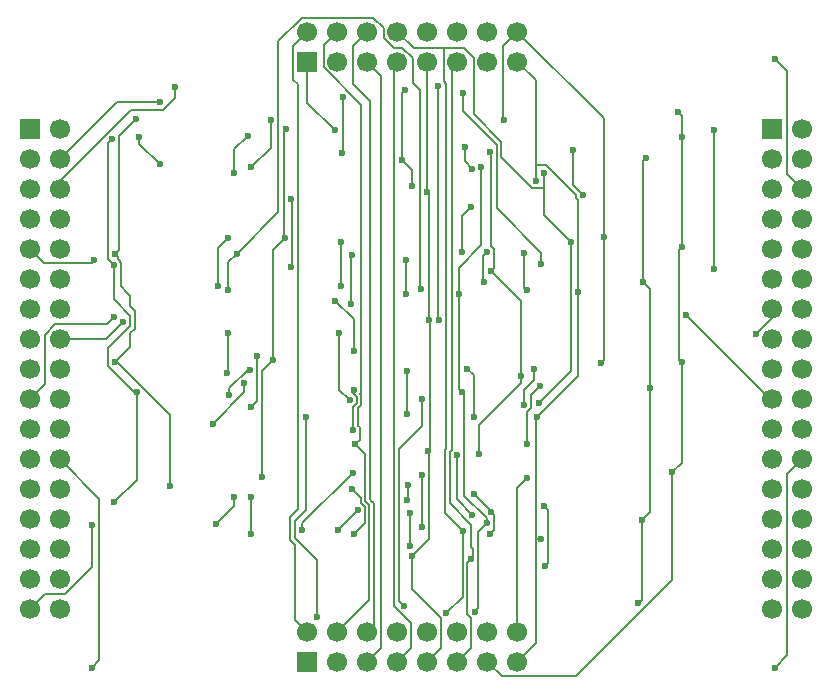
<source format=gbl>
%TF.GenerationSoftware,KiCad,Pcbnew,9.0.2*%
%TF.CreationDate,2025-05-17T19:35:46+02:00*%
%TF.ProjectId,ALU,414c552e-6b69-4636-9164-5f7063625858,rev?*%
%TF.SameCoordinates,Original*%
%TF.FileFunction,Copper,L2,Bot*%
%TF.FilePolarity,Positive*%
%FSLAX46Y46*%
G04 Gerber Fmt 4.6, Leading zero omitted, Abs format (unit mm)*
G04 Created by KiCad (PCBNEW 9.0.2) date 2025-05-17 19:35:46*
%MOMM*%
%LPD*%
G01*
G04 APERTURE LIST*
%TA.AperFunction,ComponentPad*%
%ADD10R,1.700000X1.700000*%
%TD*%
%TA.AperFunction,ComponentPad*%
%ADD11C,1.700000*%
%TD*%
%TA.AperFunction,ViaPad*%
%ADD12C,0.600000*%
%TD*%
%TA.AperFunction,Conductor*%
%ADD13C,0.200000*%
%TD*%
G04 APERTURE END LIST*
D10*
%TO.P,JW01,1,Pin_1*%
%TO.N,A0*%
X84455000Y-48895000D03*
D11*
%TO.P,JW01,2,Pin_2*%
%TO.N,B0*%
X86995000Y-48895000D03*
%TO.P,JW01,3,Pin_3*%
%TO.N,PA0*%
X84455000Y-51435000D03*
%TO.P,JW01,4,Pin_4*%
%TO.N,S0*%
X86995000Y-51435000D03*
%TO.P,JW01,5,Pin_5*%
%TO.N,PB0*%
X84455000Y-53975000D03*
%TO.P,JW01,6,Pin_6*%
%TO.N,PD0*%
X86995000Y-53975000D03*
%TO.P,JW01,7,Pin_7*%
%TO.N,PC0*%
X84455000Y-56515000D03*
%TO.P,JW01,8,Pin_8*%
%TO.N,PE0*%
X86995000Y-56515000D03*
%TO.P,JW01,9,Pin_9*%
%TO.N,A1*%
X84455000Y-59055000D03*
%TO.P,JW01,10,Pin_10*%
%TO.N,B1*%
X86995000Y-59055000D03*
%TO.P,JW01,11,Pin_11*%
%TO.N,PA1*%
X84455000Y-61595000D03*
%TO.P,JW01,12,Pin_12*%
%TO.N,S1*%
X86995000Y-61595000D03*
%TO.P,JW01,13,Pin_13*%
%TO.N,PB1*%
X84455000Y-64135000D03*
%TO.P,JW01,14,Pin_14*%
%TO.N,PD1*%
X86995000Y-64135000D03*
%TO.P,JW01,15,Pin_15*%
%TO.N,PC1*%
X84455000Y-66675000D03*
%TO.P,JW01,16,Pin_16*%
%TO.N,PE1*%
X86995000Y-66675000D03*
%TO.P,JW01,17,Pin_17*%
%TO.N,A2*%
X84455000Y-69215000D03*
%TO.P,JW01,18,Pin_18*%
%TO.N,B2*%
X86995000Y-69215000D03*
%TO.P,JW01,19,Pin_19*%
%TO.N,PA2*%
X84455000Y-71755000D03*
%TO.P,JW01,20,Pin_20*%
%TO.N,S2*%
X86995000Y-71755000D03*
%TO.P,JW01,21,Pin_21*%
%TO.N,PB2*%
X84455000Y-74295000D03*
%TO.P,JW01,22,Pin_22*%
%TO.N,PD2*%
X86995000Y-74295000D03*
%TO.P,JW01,23,Pin_23*%
%TO.N,PC2*%
X84455000Y-76835000D03*
%TO.P,JW01,24,Pin_24*%
%TO.N,PE2*%
X86995000Y-76835000D03*
%TO.P,JW01,25,Pin_25*%
%TO.N,A3*%
X84455000Y-79375000D03*
%TO.P,JW01,26,Pin_26*%
%TO.N,B3*%
X86995000Y-79375000D03*
%TO.P,JW01,27,Pin_27*%
%TO.N,PA3*%
X84455000Y-81915000D03*
%TO.P,JW01,28,Pin_28*%
%TO.N,S3*%
X86995000Y-81915000D03*
%TO.P,JW01,29,Pin_29*%
%TO.N,PB3*%
X84455000Y-84455000D03*
%TO.P,JW01,30,Pin_30*%
%TO.N,PD3*%
X86995000Y-84455000D03*
%TO.P,JW01,31,Pin_31*%
%TO.N,PC3*%
X84455000Y-86995000D03*
%TO.P,JW01,32,Pin_32*%
%TO.N,PE3*%
X86995000Y-86995000D03*
%TO.P,JW01,33,Pin_33*%
%TO.N,GND*%
X84455000Y-89535000D03*
%TO.P,JW01,34,Pin_34*%
%TO.N,VDD*%
X86995000Y-89535000D03*
%TD*%
D10*
%TO.P,JE01,1,Pin_1*%
%TO.N,S0*%
X147320000Y-48895000D03*
D11*
%TO.P,JE01,2,Pin_2*%
%TO.N,R0*%
X149860000Y-48895000D03*
%TO.P,JE01,3,Pin_3*%
%TO.N,PA0*%
X147320000Y-51435000D03*
%TO.P,JE01,4,Pin_4*%
%TO.N,unconnected-(JE01-Pin_4-Pad4)*%
X149860000Y-51435000D03*
%TO.P,JE01,5,Pin_5*%
%TO.N,PB0*%
X147320000Y-53975000D03*
%TO.P,JE01,6,Pin_6*%
%TO.N,PD0*%
X149860000Y-53975000D03*
%TO.P,JE01,7,Pin_7*%
%TO.N,PC0*%
X147320000Y-56515000D03*
%TO.P,JE01,8,Pin_8*%
%TO.N,PE0*%
X149860000Y-56515000D03*
%TO.P,JE01,9,Pin_9*%
%TO.N,S1*%
X147320000Y-59055000D03*
%TO.P,JE01,10,Pin_10*%
%TO.N,R1*%
X149860000Y-59055000D03*
%TO.P,JE01,11,Pin_11*%
%TO.N,PA1*%
X147320000Y-61595000D03*
%TO.P,JE01,12,Pin_12*%
%TO.N,unconnected-(JE01-Pin_12-Pad12)*%
X149860000Y-61595000D03*
%TO.P,JE01,13,Pin_13*%
%TO.N,PB1*%
X147320000Y-64135000D03*
%TO.P,JE01,14,Pin_14*%
%TO.N,PD1*%
X149860000Y-64135000D03*
%TO.P,JE01,15,Pin_15*%
%TO.N,PC1*%
X147320000Y-66675000D03*
%TO.P,JE01,16,Pin_16*%
%TO.N,PE1*%
X149860000Y-66675000D03*
%TO.P,JE01,17,Pin_17*%
%TO.N,S2*%
X147320000Y-69215000D03*
%TO.P,JE01,18,Pin_18*%
%TO.N,R2*%
X149860000Y-69215000D03*
%TO.P,JE01,19,Pin_19*%
%TO.N,PA2*%
X147320000Y-71755000D03*
%TO.P,JE01,20,Pin_20*%
%TO.N,unconnected-(JE01-Pin_20-Pad20)*%
X149860000Y-71755000D03*
%TO.P,JE01,21,Pin_21*%
%TO.N,PB2*%
X147320000Y-74295000D03*
%TO.P,JE01,22,Pin_22*%
%TO.N,PD2*%
X149860000Y-74295000D03*
%TO.P,JE01,23,Pin_23*%
%TO.N,PC2*%
X147320000Y-76835000D03*
%TO.P,JE01,24,Pin_24*%
%TO.N,PE2*%
X149860000Y-76835000D03*
%TO.P,JE01,25,Pin_25*%
%TO.N,S3*%
X147320000Y-79375000D03*
%TO.P,JE01,26,Pin_26*%
%TO.N,R3*%
X149860000Y-79375000D03*
%TO.P,JE01,27,Pin_27*%
%TO.N,PA3*%
X147320000Y-81915000D03*
%TO.P,JE01,28,Pin_28*%
%TO.N,unconnected-(JE01-Pin_28-Pad28)*%
X149860000Y-81915000D03*
%TO.P,JE01,29,Pin_29*%
%TO.N,PB3*%
X147320000Y-84455000D03*
%TO.P,JE01,30,Pin_30*%
%TO.N,PD3*%
X149860000Y-84455000D03*
%TO.P,JE01,31,Pin_31*%
%TO.N,PC3*%
X147320000Y-86995000D03*
%TO.P,JE01,32,Pin_32*%
%TO.N,PE3*%
X149860000Y-86995000D03*
%TO.P,JE01,33,Pin_33*%
%TO.N,GND*%
X147320000Y-89535000D03*
%TO.P,JE01,34,Pin_34*%
%TO.N,VDD*%
X149860000Y-89535000D03*
%TD*%
D10*
%TO.P,JS1,1,Pin_1*%
%TO.N,C*%
X107950000Y-93985000D03*
D11*
%TO.P,JS1,2,Pin_2*%
%TO.N,ADD*%
X107950000Y-91445000D03*
%TO.P,JS1,3,Pin_3*%
%TO.N,unconnected-(JS1-Pin_3-Pad3)*%
X110490000Y-93985000D03*
%TO.P,JS1,4,Pin_4*%
%TO.N,SUB*%
X110490000Y-91445000D03*
%TO.P,JS1,5,Pin_5*%
%TO.N,GNDA*%
X113030000Y-93985000D03*
%TO.P,JS1,6,Pin_6*%
%TO.N,XOR*%
X113030000Y-91445000D03*
%TO.P,JS1,7,Pin_7*%
%TO.N,GNDB*%
X115570000Y-93985000D03*
%TO.P,JS1,8,Pin_8*%
%TO.N,AND*%
X115570000Y-91445000D03*
%TO.P,JS1,9,Pin_9*%
%TO.N,GNDC*%
X118110000Y-93985000D03*
%TO.P,JS1,10,Pin_10*%
%TO.N,unconnected-(JS1-Pin_10-Pad10)*%
X118110000Y-91445000D03*
%TO.P,JS1,11,Pin_11*%
%TO.N,GNDS*%
X120650000Y-93985000D03*
%TO.P,JS1,12,Pin_12*%
%TO.N,unconnected-(JS1-Pin_12-Pad12)*%
X120650000Y-91445000D03*
%TO.P,JS1,13,Pin_13*%
%TO.N,GNDR*%
X123190000Y-93985000D03*
%TO.P,JS1,14,Pin_14*%
%TO.N,unconnected-(JS1-Pin_14-Pad14)*%
X123190000Y-91445000D03*
%TO.P,JS1,15,Pin_15*%
%TO.N,GND*%
X125730000Y-93985000D03*
%TO.P,JS1,16,Pin_16*%
%TO.N,VDD*%
X125730000Y-91445000D03*
%TD*%
D10*
%TO.P,JN1,1,Pin_1*%
%TO.N,Cin*%
X107950000Y-43185000D03*
D11*
%TO.P,JN1,2,Pin_2*%
%TO.N,ADD*%
X107950000Y-40645000D03*
%TO.P,JN1,3,Pin_3*%
%TO.N,unconnected-(JN1-Pin_3-Pad3)*%
X110490000Y-43185000D03*
%TO.P,JN1,4,Pin_4*%
%TO.N,SUB*%
X110490000Y-40645000D03*
%TO.P,JN1,5,Pin_5*%
%TO.N,GNDA*%
X113030000Y-43185000D03*
%TO.P,JN1,6,Pin_6*%
%TO.N,XOR*%
X113030000Y-40645000D03*
%TO.P,JN1,7,Pin_7*%
%TO.N,GNDB*%
X115570000Y-43185000D03*
%TO.P,JN1,8,Pin_8*%
%TO.N,AND*%
X115570000Y-40645000D03*
%TO.P,JN1,9,Pin_9*%
%TO.N,GNDC*%
X118110000Y-43185000D03*
%TO.P,JN1,10,Pin_10*%
%TO.N,unconnected-(JN1-Pin_10-Pad10)*%
X118110000Y-40645000D03*
%TO.P,JN1,11,Pin_11*%
%TO.N,GNDS*%
X120650000Y-43185000D03*
%TO.P,JN1,12,Pin_12*%
%TO.N,unconnected-(JN1-Pin_12-Pad12)*%
X120650000Y-40645000D03*
%TO.P,JN1,13,Pin_13*%
%TO.N,GNDR*%
X123190000Y-43185000D03*
%TO.P,JN1,14,Pin_14*%
%TO.N,unconnected-(JN1-Pin_14-Pad14)*%
X123190000Y-40645000D03*
%TO.P,JN1,15,Pin_15*%
%TO.N,GND*%
X125730000Y-43185000D03*
%TO.P,JN1,16,Pin_16*%
%TO.N,VDD*%
X125730000Y-40645000D03*
%TD*%
D12*
%TO.N,Net-(U33-Pad10)*%
X123409800Y-83172700D03*
X122084100Y-79788100D03*
X123508200Y-81344000D03*
%TO.N,Net-(U32-Pad13)*%
X111863900Y-83150300D03*
X111702000Y-79341300D03*
%TO.N,Net-(U32-Pad12)*%
X112204100Y-81159500D03*
X110504200Y-82852900D03*
%TO.N,Net-(U31-Pad3)*%
X116345800Y-80305000D03*
X116483900Y-79005000D03*
X111773700Y-77971300D03*
X107530600Y-82850200D03*
%TO.N,Net-(U31-Pad13)*%
X103210400Y-83135900D03*
X103210400Y-80000800D03*
X117622800Y-78212000D03*
X117659000Y-82588600D03*
%TO.N,Net-(U31-Pad12)*%
X100250900Y-82335300D03*
X101775700Y-79992800D03*
%TO.N,Net-(U23-Pad8)*%
X126282500Y-72239500D03*
X127116800Y-69226800D03*
%TO.N,Net-(U23-Pad13)*%
X122027100Y-73276900D03*
X121456300Y-69171500D03*
%TO.N,Net-(U22-Pad13)*%
X116368000Y-72992000D03*
X116420300Y-69329600D03*
%TO.N,Net-(U21-Pad11)*%
X111524200Y-71838100D03*
X110620200Y-66139800D03*
X101225400Y-66112300D03*
X101118700Y-69526000D03*
%TO.N,Net-(U21-Pad13)*%
X117639700Y-71770000D03*
X108793300Y-90164800D03*
X116146200Y-89250000D03*
X107866600Y-73267300D03*
%TO.N,Net-(U21-Pad3)*%
X103650300Y-68069000D03*
X103210400Y-72440800D03*
%TO.N,Net-(U21-Pad12)*%
X99944900Y-73812300D03*
X102599300Y-70423000D03*
%TO.N,Net-(U13-Pad8)*%
X126507600Y-62516700D03*
X126298500Y-59404300D03*
%TO.N,Net-(U13-Pad10)*%
X122893700Y-61867500D03*
X123168600Y-59293400D03*
%TO.N,Net-(U11-Pad12)*%
X101252800Y-58090300D03*
X100365800Y-62174600D03*
%TO.N,Net-(U11-Pad3)*%
X121788000Y-55504400D03*
X106550800Y-60594400D03*
X106540000Y-54799700D03*
X121056200Y-59325800D03*
%TO.N,Net-(U03-Pad10)*%
X121271100Y-50395900D03*
X121871000Y-52222600D03*
%TO.N,Net-(U01-Pad11)*%
X110979100Y-46181100D03*
X110910100Y-50867700D03*
%TO.N,Net-(U01-Pad13)*%
X101755500Y-52627100D03*
X102903300Y-49459000D03*
%TO.N,Net-(U01-Pad3)*%
X103210400Y-52100000D03*
X104857000Y-48143500D03*
%TO.N,SUB*%
X123495000Y-60910600D03*
X126037200Y-69765200D03*
X123373500Y-50847400D03*
X122497700Y-76389400D03*
X112000500Y-75552900D03*
X121925400Y-81554800D03*
X120589900Y-76500300D03*
%TO.N,XOR*%
X136921600Y-70792400D03*
X136335800Y-61794400D03*
X136605700Y-51312800D03*
X136245700Y-81993000D03*
X135957600Y-89011200D03*
%TO.N,GNDB*%
X93503900Y-71170200D03*
X91599500Y-80475800D03*
X91566800Y-60422600D03*
X91368100Y-49728700D03*
%TO.N,AND*%
X130257100Y-58435900D03*
X127952200Y-52571600D03*
X121103900Y-82880200D03*
X119725300Y-89847000D03*
X127586900Y-72043900D03*
%TO.N,GNDS*%
X121822100Y-85291800D03*
X142354400Y-48933300D03*
X142354400Y-60705800D03*
%TO.N,GNDA*%
X91665300Y-68636000D03*
X93412100Y-48059900D03*
X91666600Y-59417300D03*
X96356000Y-79088800D03*
%TO.N,ADD*%
X122672800Y-52065900D03*
X121011900Y-71142800D03*
X120783600Y-62839200D03*
X123126000Y-82260100D03*
X122107400Y-89727900D03*
%TO.N,GNDC*%
X116840000Y-85021400D03*
X118110400Y-54198600D03*
X118186700Y-76168000D03*
X118221700Y-65020400D03*
%TO.N,Cin*%
X110257300Y-48940500D03*
%TO.N,GNDR*%
X139652500Y-68641900D03*
X138850200Y-77947400D03*
X139638200Y-58831200D03*
X139638200Y-49530000D03*
X139290000Y-47440400D03*
%TO.N,PA2*%
X140024300Y-64638000D03*
X91570500Y-64781800D03*
%TO.N,PC1*%
X110312500Y-63406800D03*
X111875700Y-67636200D03*
%TO.N,PB1*%
X145956600Y-66245400D03*
%TO.N,PE1*%
X92314000Y-65221200D03*
%TO.N,PD0*%
X96722300Y-45296400D03*
X147526800Y-42936200D03*
%TO.N,PE2*%
X89680800Y-94496200D03*
X147526800Y-94496200D03*
%TO.N,S3*%
X116637400Y-84195400D03*
X116601200Y-81355300D03*
%TO.N,S2*%
X111775300Y-74349400D03*
X111875800Y-70948500D03*
%TO.N,S1*%
X111666400Y-63703700D03*
X111749800Y-59541700D03*
%TO.N,S0*%
X115972500Y-51527900D03*
X116182500Y-45572400D03*
X95505100Y-46559000D03*
X116800100Y-53693300D03*
%TO.N,/ALUSlice3/C*%
X128074000Y-85836500D03*
X127965500Y-80797500D03*
%TO.N,/ALUSlice2/C*%
X126527800Y-75522800D03*
X127641100Y-70598700D03*
%TO.N,/ALUSlice1/C*%
X119124300Y-65086800D03*
X119004900Y-45211400D03*
X121103100Y-45803700D03*
X127760200Y-60310000D03*
%TO.N,/ALUSlice0/C*%
X130482300Y-50684900D03*
X131306200Y-54436300D03*
%TO.N,Net-(U12-Pad13)*%
X116314200Y-62857100D03*
X116314200Y-59982200D03*
%TO.N,Net-(U12-Pad12)*%
X110828000Y-62207500D03*
X110766000Y-58452900D03*
%TO.N,Net-(U11-Pad13)*%
X101970800Y-59432800D03*
X101227800Y-62539200D03*
X117584000Y-62464600D03*
%TO.N,A2*%
X101302600Y-71396400D03*
X103123200Y-69273200D03*
%TO.N,VDD*%
X126530900Y-78441700D03*
X124585500Y-48140500D03*
X133065300Y-58051800D03*
X106109500Y-48873200D03*
X106084700Y-58098400D03*
X105046200Y-68438900D03*
X104143500Y-78305600D03*
X132843700Y-68693900D03*
%TO.N,A1*%
X89911300Y-60008600D03*
%TO.N,A0*%
X95465400Y-51876700D03*
X93695000Y-49530000D03*
%TO.N,GND*%
X89680800Y-82366200D03*
X127280700Y-53255000D03*
X127698500Y-83607400D03*
X127385300Y-73265900D03*
X130893300Y-62690700D03*
%TD*%
D13*
%TO.N,Net-(U33-Pad10)*%
X123727700Y-82854800D02*
X123409800Y-83172700D01*
X123727700Y-81563500D02*
X123727700Y-82854800D01*
X123508200Y-81344000D02*
X123727700Y-81563500D01*
X123508200Y-81212200D02*
X122084100Y-79788100D01*
X123508200Y-81344000D02*
X123508200Y-81212200D01*
%TO.N,Net-(U32-Pad13)*%
X112454700Y-80094000D02*
X111702000Y-79341300D01*
X112454700Y-80559200D02*
X112454700Y-80094000D01*
X112805800Y-80910300D02*
X112454700Y-80559200D01*
X112805800Y-82208400D02*
X112805800Y-80910300D01*
X111863900Y-83150300D02*
X112805800Y-82208400D01*
%TO.N,Net-(U32-Pad12)*%
X110510700Y-82852900D02*
X110504200Y-82852900D01*
X112204100Y-81159500D02*
X110510700Y-82852900D01*
%TO.N,Net-(U31-Pad3)*%
X116483900Y-80166900D02*
X116483900Y-79005000D01*
X116345800Y-80305000D02*
X116483900Y-80166900D01*
X107530600Y-82214400D02*
X107530600Y-82850200D01*
X111773700Y-77971300D02*
X107530600Y-82214400D01*
%TO.N,Net-(U31-Pad13)*%
X103210400Y-80000800D02*
X103210400Y-83135900D01*
X117622800Y-82552400D02*
X117659000Y-82588600D01*
X117622800Y-78212000D02*
X117622800Y-82552400D01*
X117659000Y-82588600D02*
X117622800Y-82588600D01*
X117622800Y-82588600D02*
X117659000Y-82588600D01*
%TO.N,Net-(U31-Pad12)*%
X101775700Y-80810500D02*
X101775700Y-79992800D01*
X100250900Y-82335300D02*
X101775700Y-80810500D01*
%TO.N,Net-(U23-Pad8)*%
X127116800Y-70104500D02*
X127116800Y-69226800D01*
X126282500Y-70938800D02*
X127116800Y-70104500D01*
X126282500Y-72239500D02*
X126282500Y-70938800D01*
%TO.N,Net-(U23-Pad13)*%
X122027100Y-69742300D02*
X121456300Y-69171500D01*
X122027100Y-73276900D02*
X122027100Y-69742300D01*
%TO.N,Net-(U22-Pad13)*%
X116368000Y-69381900D02*
X116420300Y-69329600D01*
X116368000Y-72992000D02*
X116368000Y-69381900D01*
%TO.N,Net-(U21-Pad11)*%
X110620200Y-70934100D02*
X110620200Y-66139800D01*
X111524200Y-71838100D02*
X110620200Y-70934100D01*
X101225400Y-69419300D02*
X101118700Y-69526000D01*
X101225400Y-66112300D02*
X101225400Y-69419300D01*
%TO.N,Net-(U21-Pad13)*%
X117639700Y-74041600D02*
X117639700Y-71770000D01*
X115713300Y-75968000D02*
X117639700Y-74041600D01*
X115713300Y-88817100D02*
X115713300Y-75968000D01*
X116146200Y-89250000D02*
X115713300Y-88817100D01*
X107866600Y-81092700D02*
X107866600Y-73267300D01*
X106900200Y-82059100D02*
X107866600Y-81092700D01*
X106900200Y-83466900D02*
X106900200Y-82059100D01*
X108793300Y-85360000D02*
X106900200Y-83466900D01*
X108793300Y-90164800D02*
X108793300Y-85360000D01*
%TO.N,Net-(U21-Pad3)*%
X103724900Y-68143600D02*
X103650300Y-68069000D01*
X103724900Y-71926300D02*
X103724900Y-68143600D01*
X103210400Y-72440800D02*
X103724900Y-71926300D01*
%TO.N,Net-(U21-Pad12)*%
X102599300Y-71157900D02*
X102599300Y-70423000D01*
X99944900Y-73812300D02*
X102599300Y-71157900D01*
%TO.N,Net-(U13-Pad8)*%
X126298500Y-62307600D02*
X126507600Y-62516700D01*
X126298500Y-59404300D02*
X126298500Y-62307600D01*
%TO.N,Net-(U13-Pad10)*%
X122838300Y-61812100D02*
X122893700Y-61867500D01*
X122838300Y-59623700D02*
X122838300Y-61812100D01*
X123168600Y-59293400D02*
X122838300Y-59623700D01*
%TO.N,Net-(U11-Pad12)*%
X100365800Y-58977300D02*
X100365800Y-62174600D01*
X101252800Y-58090300D02*
X100365800Y-58977300D01*
%TO.N,Net-(U11-Pad3)*%
X106686500Y-54946200D02*
X106540000Y-54799700D01*
X106686500Y-60458700D02*
X106686500Y-54946200D01*
X106550800Y-60594400D02*
X106686500Y-60458700D01*
X121056200Y-56236200D02*
X121056200Y-59325800D01*
X121788000Y-55504400D02*
X121056200Y-56236200D01*
%TO.N,Net-(U03-Pad10)*%
X121271100Y-51622700D02*
X121871000Y-52222600D01*
X121271100Y-50395900D02*
X121271100Y-51622700D01*
%TO.N,Net-(U01-Pad11)*%
X110979100Y-50798700D02*
X110979100Y-46181100D01*
X110910100Y-50867700D02*
X110979100Y-50798700D01*
%TO.N,Net-(U01-Pad13)*%
X101755500Y-50606800D02*
X101755500Y-52627100D01*
X102903300Y-49459000D02*
X101755500Y-50606800D01*
%TO.N,Net-(U01-Pad3)*%
X104857000Y-50453400D02*
X104857000Y-48143500D01*
X103210400Y-52100000D02*
X104857000Y-50453400D01*
%TO.N,SUB*%
X126037200Y-63452800D02*
X123495000Y-60910600D01*
X126037200Y-69765200D02*
X126037200Y-63452800D01*
X120589900Y-80219300D02*
X121925400Y-81554800D01*
X120589900Y-76500300D02*
X120589900Y-80219300D01*
X122497700Y-73955400D02*
X122497700Y-76389400D01*
X126037200Y-70415900D02*
X122497700Y-73955400D01*
X126037200Y-69765200D02*
X126037200Y-70415900D01*
X123495000Y-50968900D02*
X123373500Y-50847400D01*
X123495000Y-58768900D02*
X123495000Y-50968900D01*
X123770300Y-59044200D02*
X123495000Y-58768900D01*
X123770300Y-60635300D02*
X123770300Y-59044200D01*
X123495000Y-60910600D02*
X123770300Y-60635300D01*
X112856400Y-76408800D02*
X112000500Y-75552900D01*
X112856400Y-80392900D02*
X112856400Y-76408800D01*
X113207500Y-80744000D02*
X112856400Y-80392900D01*
X113207500Y-88727500D02*
X113207500Y-80744000D01*
X110490000Y-91445000D02*
X113207500Y-88727500D01*
X109338300Y-41796700D02*
X110490000Y-40645000D01*
X109338300Y-43662000D02*
X109338300Y-41796700D01*
X112478400Y-46802100D02*
X109338300Y-43662000D01*
X112478400Y-71196800D02*
X112478400Y-46802100D01*
X112431400Y-71243800D02*
X112478400Y-71196800D01*
X112431400Y-71326400D02*
X112431400Y-71243800D01*
X112527600Y-71422600D02*
X112431400Y-71326400D01*
X112527600Y-72253600D02*
X112527600Y-71422600D01*
X112277500Y-72503700D02*
X112527600Y-72253600D01*
X112277500Y-74000700D02*
X112277500Y-72503700D01*
X112377000Y-74100200D02*
X112277500Y-74000700D01*
X112377000Y-75176400D02*
X112377000Y-74100200D01*
X112000500Y-75552900D02*
X112377000Y-75176400D01*
%TO.N,XOR*%
X136921600Y-62380200D02*
X136335800Y-61794400D01*
X136921600Y-70792400D02*
X136921600Y-62380200D01*
X136921600Y-81317100D02*
X136245700Y-81993000D01*
X136921600Y-70792400D02*
X136921600Y-81317100D01*
X136245700Y-88723100D02*
X136245700Y-81993000D01*
X135957600Y-89011200D02*
X136245700Y-88723100D01*
X136335800Y-51582700D02*
X136605700Y-51312800D01*
X136335800Y-61794400D02*
X136335800Y-51582700D01*
X113609200Y-80577700D02*
X113373800Y-80342300D01*
X113609200Y-90865800D02*
X113609200Y-80577700D01*
X113030000Y-91445000D02*
X113609200Y-90865800D01*
X111839400Y-41835600D02*
X113030000Y-40645000D01*
X111839400Y-45087500D02*
X111839400Y-41835600D01*
X113258100Y-46506200D02*
X111839400Y-45087500D01*
X113258100Y-80226600D02*
X113258100Y-46506200D01*
X113373800Y-80342300D02*
X113258100Y-80226600D01*
X113373800Y-80342300D02*
X113258100Y-80226600D01*
%TO.N,GNDB*%
X93503900Y-78571400D02*
X93503900Y-71170200D01*
X91599500Y-80475800D02*
X93503900Y-78571400D01*
X116739900Y-92815100D02*
X115570000Y-93985000D01*
X116739900Y-90711600D02*
X116739900Y-92815100D01*
X115311600Y-89283300D02*
X116739900Y-90711600D01*
X115311600Y-43443400D02*
X115311600Y-89283300D01*
X115570000Y-43185000D02*
X115311600Y-43443400D01*
X93300900Y-71170200D02*
X93503900Y-71170200D01*
X91062500Y-68931800D02*
X93300900Y-71170200D01*
X91062500Y-67421200D02*
X91062500Y-68931800D01*
X92962500Y-65521200D02*
X91062500Y-67421200D01*
X92962500Y-64694900D02*
X92962500Y-65521200D01*
X91566800Y-63299200D02*
X92962500Y-64694900D01*
X91566800Y-60422600D02*
X91566800Y-63299200D01*
X91055600Y-50041200D02*
X91368100Y-49728700D01*
X91055600Y-59911400D02*
X91055600Y-50041200D01*
X91566800Y-60422600D02*
X91055600Y-59911400D01*
%TO.N,AND*%
X127952200Y-53856800D02*
X127952200Y-52571600D01*
X116957400Y-42032400D02*
X115570000Y-40645000D01*
X119485500Y-42032400D02*
X116957400Y-42032400D01*
X119485500Y-44841100D02*
X119485500Y-42032400D01*
X119726000Y-45081600D02*
X119485500Y-44841100D01*
X119726000Y-75945400D02*
X119726000Y-45081600D01*
X119586500Y-76084900D02*
X119726000Y-75945400D01*
X119586500Y-81362800D02*
X119586500Y-76084900D01*
X121103900Y-82880200D02*
X119586500Y-81362800D01*
X121185800Y-42032400D02*
X119485500Y-42032400D01*
X122038300Y-42884900D02*
X121185800Y-42032400D01*
X122038300Y-47617100D02*
X122038300Y-42884900D01*
X124376900Y-49955700D02*
X122038300Y-47617100D01*
X124376900Y-51254800D02*
X124376900Y-49955700D01*
X126978900Y-53856800D02*
X124376900Y-51254800D01*
X127952200Y-53856800D02*
X126978900Y-53856800D01*
X127952200Y-56131000D02*
X127952200Y-53856800D01*
X130257100Y-58435900D02*
X127952200Y-56131000D01*
X130257100Y-69373700D02*
X130257100Y-58435900D01*
X127586900Y-72043900D02*
X130257100Y-69373700D01*
X121103900Y-88468400D02*
X119725300Y-89847000D01*
X121103900Y-82880200D02*
X121103900Y-88468400D01*
%TO.N,GNDS*%
X142354400Y-48933300D02*
X142354400Y-60705800D01*
X121980200Y-85133700D02*
X121822100Y-85291800D01*
X121980200Y-84404900D02*
X121980200Y-85133700D01*
X121813900Y-84238600D02*
X121980200Y-84404900D01*
X121813900Y-84238600D02*
X121980200Y-84404900D01*
X121822100Y-92812900D02*
X120650000Y-93985000D01*
X121822100Y-90293400D02*
X121822100Y-92812900D01*
X121505700Y-89977000D02*
X121822100Y-90293400D01*
X121505700Y-85608200D02*
X121505700Y-89977000D01*
X121822100Y-85291800D02*
X121505700Y-85608200D01*
X121813900Y-82404700D02*
X121813900Y-84238600D01*
X119988200Y-80579000D02*
X121813900Y-82404700D01*
X119988200Y-76251200D02*
X119988200Y-80579000D01*
X120167800Y-76071600D02*
X119988200Y-76251200D01*
X120167800Y-43667200D02*
X120167800Y-76071600D01*
X120650000Y-43185000D02*
X120167800Y-43667200D01*
%TO.N,GNDA*%
X114209900Y-92805100D02*
X113030000Y-93985000D01*
X114209900Y-44364900D02*
X114209900Y-92805100D01*
X113030000Y-43185000D02*
X114209900Y-44364900D01*
X96356000Y-73109600D02*
X91773900Y-68527400D01*
X96356000Y-79088800D02*
X96356000Y-73109600D01*
X91773900Y-68527400D02*
X91665300Y-68636000D01*
X91947800Y-59698500D02*
X91666600Y-59417300D01*
X91947800Y-59856300D02*
X91947800Y-59698500D01*
X92106600Y-60015100D02*
X91947800Y-59856300D01*
X92106600Y-60111500D02*
X92106600Y-60015100D01*
X92168500Y-60173400D02*
X92106600Y-60111500D01*
X92168500Y-62189700D02*
X92168500Y-60173400D01*
X92715700Y-62736900D02*
X92168500Y-62189700D01*
X92715700Y-62739000D02*
X92715700Y-62736900D01*
X92962500Y-62985800D02*
X92715700Y-62739000D01*
X92962500Y-63878600D02*
X92962500Y-62985800D01*
X93364200Y-64280300D02*
X92962500Y-63878600D01*
X93364200Y-65787700D02*
X93364200Y-64280300D01*
X92964000Y-66187900D02*
X93364200Y-65787700D01*
X92964000Y-67241500D02*
X92964000Y-66187900D01*
X92962500Y-67243000D02*
X92964000Y-67241500D01*
X92962500Y-67338800D02*
X92962500Y-67243000D01*
X91773900Y-68527400D02*
X92962500Y-67338800D01*
X91969800Y-49502200D02*
X93412100Y-48059900D01*
X91969800Y-59114100D02*
X91969800Y-49502200D01*
X91666600Y-59417300D02*
X91969800Y-59114100D01*
X91665300Y-68636000D02*
X91811000Y-68636000D01*
X91811000Y-68636000D02*
X91665300Y-68636000D01*
%TO.N,ADD*%
X120783600Y-70914500D02*
X121011900Y-71142800D01*
X120783600Y-62839200D02*
X120783600Y-70914500D01*
X123126000Y-81816800D02*
X123126000Y-82260100D01*
X121247600Y-79938400D02*
X123126000Y-81816800D01*
X121247600Y-71378500D02*
X121247600Y-79938400D01*
X121011900Y-71142800D02*
X121247600Y-71378500D01*
X122427100Y-82959000D02*
X123126000Y-82260100D01*
X122427100Y-89408200D02*
X122427100Y-82959000D01*
X122107400Y-89727900D02*
X122427100Y-89408200D01*
X120783600Y-60614600D02*
X120783600Y-62839200D01*
X122672800Y-58725400D02*
X120783600Y-60614600D01*
X122672800Y-52065900D02*
X122672800Y-58725400D01*
X106750100Y-83952200D02*
X106914900Y-84117000D01*
X106750100Y-83952200D02*
X106914900Y-84117000D01*
X106914900Y-90409900D02*
X107950000Y-91445000D01*
X106914900Y-84117000D02*
X106914900Y-90409900D01*
X106466100Y-83668200D02*
X106750100Y-83952200D01*
X106466100Y-81725000D02*
X106466100Y-83668200D01*
X107152500Y-81038600D02*
X106466100Y-81725000D01*
X107152500Y-45082200D02*
X107152500Y-81038600D01*
X106760700Y-44690400D02*
X107152500Y-45082200D01*
X106760700Y-41834300D02*
X106760700Y-44690400D01*
X107950000Y-40645000D02*
X106760700Y-41834300D01*
%TO.N,GNDC*%
X118110000Y-54198200D02*
X118110400Y-54198600D01*
X118110000Y-43185000D02*
X118110000Y-54198200D01*
X118221700Y-54309900D02*
X118110400Y-54198600D01*
X118221700Y-65020400D02*
X118221700Y-54309900D01*
X118304800Y-65103500D02*
X118221700Y-65020400D01*
X118304800Y-76049900D02*
X118304800Y-65103500D01*
X118186700Y-76168000D02*
X118304800Y-76049900D01*
X116840000Y-87812500D02*
X116840000Y-85021400D01*
X119300600Y-90273100D02*
X116840000Y-87812500D01*
X119300600Y-92794400D02*
X119300600Y-90273100D01*
X118110000Y-93985000D02*
X119300600Y-92794400D01*
X118260700Y-76242000D02*
X118186700Y-76168000D01*
X118260700Y-83600700D02*
X118260700Y-76242000D01*
X116840000Y-85021400D02*
X118260700Y-83600700D01*
%TO.N,Cin*%
X107950000Y-46633200D02*
X110257300Y-48940500D01*
X107950000Y-43185000D02*
X107950000Y-46633200D01*
%TO.N,GNDR*%
X139652500Y-77145100D02*
X138850200Y-77947400D01*
X139652500Y-68641900D02*
X139652500Y-77145100D01*
X139638200Y-49530000D02*
X139638200Y-58831200D01*
X139638200Y-47788600D02*
X139638200Y-49530000D01*
X139290000Y-47440400D02*
X139638200Y-47788600D01*
X138850200Y-87019000D02*
X138850200Y-77947400D01*
X130656100Y-95213100D02*
X138850200Y-87019000D01*
X124418100Y-95213100D02*
X130656100Y-95213100D01*
X123190000Y-93985000D02*
X124418100Y-95213100D01*
X139422600Y-68412000D02*
X139652500Y-68641900D01*
X139422600Y-59046800D02*
X139422600Y-68412000D01*
X139638200Y-58831200D02*
X139422600Y-59046800D01*
%TO.N,PA2*%
X147141300Y-71755000D02*
X140024300Y-64638000D01*
X147320000Y-71755000D02*
X147141300Y-71755000D01*
X90947300Y-65405000D02*
X91570500Y-64781800D01*
X86609600Y-65405000D02*
X90947300Y-65405000D01*
X85725000Y-66289600D02*
X86609600Y-65405000D01*
X85725000Y-70485000D02*
X85725000Y-66289600D01*
X84455000Y-71755000D02*
X85725000Y-70485000D01*
%TO.N,PC1*%
X111875700Y-64970000D02*
X111875700Y-67636200D01*
X110312500Y-63406800D02*
X111875700Y-64970000D01*
%TO.N,PB1*%
X147320000Y-64882000D02*
X145956600Y-66245400D01*
X147320000Y-64135000D02*
X147320000Y-64882000D01*
%TO.N,PE1*%
X90860200Y-66675000D02*
X92314000Y-65221200D01*
X86995000Y-66675000D02*
X90860200Y-66675000D01*
%TO.N,PD0*%
X148530000Y-52645000D02*
X149860000Y-53975000D01*
X148530000Y-43939400D02*
X148530000Y-52645000D01*
X147526800Y-42936200D02*
X148530000Y-43939400D01*
X86995000Y-53251000D02*
X86995000Y-53975000D01*
X92991100Y-47254900D02*
X86995000Y-53251000D01*
X95725400Y-47254900D02*
X92991100Y-47254900D01*
X96722300Y-46258000D02*
X95725400Y-47254900D01*
X96722300Y-45296400D02*
X96722300Y-46258000D01*
%TO.N,PE2*%
X90329400Y-93847600D02*
X89680800Y-94496200D01*
X90329400Y-80169400D02*
X90329400Y-93847600D01*
X86995000Y-76835000D02*
X90329400Y-80169400D01*
X148590000Y-93433000D02*
X147526800Y-94496200D01*
X148590000Y-78105000D02*
X148590000Y-93433000D01*
X149860000Y-76835000D02*
X148590000Y-78105000D01*
%TO.N,S3*%
X116637400Y-81391500D02*
X116601200Y-81355300D01*
X116637400Y-84195400D02*
X116637400Y-81391500D01*
%TO.N,S2*%
X111775300Y-71049000D02*
X111875800Y-70948500D01*
X111775300Y-71238300D02*
X111775300Y-71049000D01*
X112125900Y-71588900D02*
X111775300Y-71238300D01*
X112125900Y-72087300D02*
X112125900Y-71588900D01*
X111775300Y-72437900D02*
X112125900Y-72087300D01*
X111775300Y-74349400D02*
X111775300Y-72437900D01*
%TO.N,S1*%
X111666400Y-59625100D02*
X111749800Y-59541700D01*
X111666400Y-63703700D02*
X111666400Y-59625100D01*
%TO.N,S0*%
X91871000Y-46559000D02*
X95505100Y-46559000D01*
X86995000Y-51435000D02*
X91871000Y-46559000D01*
X115972500Y-45782400D02*
X116182500Y-45572400D01*
X115972500Y-51527900D02*
X115972500Y-45782400D01*
X116800100Y-52355500D02*
X116800100Y-53693300D01*
X115972500Y-51527900D02*
X116800100Y-52355500D01*
%TO.N,/ALUSlice3/C*%
X128300200Y-81132200D02*
X127965500Y-80797500D01*
X128300200Y-85610300D02*
X128300200Y-81132200D01*
X128074000Y-85836500D02*
X128300200Y-85610300D01*
%TO.N,/ALUSlice2/C*%
X126884200Y-71355600D02*
X127641100Y-70598700D01*
X126884200Y-72488700D02*
X126884200Y-71355600D01*
X126527800Y-72845100D02*
X126884200Y-72488700D01*
X126527800Y-75522800D02*
X126527800Y-72845100D01*
%TO.N,/ALUSlice1/C*%
X119004900Y-64967400D02*
X119004900Y-45211400D01*
X119124300Y-65086800D02*
X119004900Y-64967400D01*
X127760200Y-59390000D02*
X127760200Y-60310000D01*
X123975200Y-55605000D02*
X127760200Y-59390000D01*
X123975200Y-50217700D02*
X123975200Y-55605000D01*
X121103100Y-47345600D02*
X123975200Y-50217700D01*
X121103100Y-45803700D02*
X121103100Y-47345600D01*
%TO.N,/ALUSlice0/C*%
X130482300Y-53612400D02*
X131306200Y-54436300D01*
X130482300Y-50684900D02*
X130482300Y-53612400D01*
%TO.N,Net-(U12-Pad13)*%
X116314200Y-62857100D02*
X116314200Y-59982200D01*
%TO.N,Net-(U12-Pad12)*%
X110828000Y-58514900D02*
X110766000Y-58452900D01*
X110828000Y-62207500D02*
X110828000Y-58514900D01*
%TO.N,Net-(U11-Pad13)*%
X101227800Y-60175800D02*
X101970800Y-59432800D01*
X101227800Y-62539200D02*
X101227800Y-60175800D01*
X105458700Y-55944900D02*
X101970800Y-59432800D01*
X105458700Y-41459800D02*
X105458700Y-55944900D01*
X107455800Y-39462700D02*
X105458700Y-41459800D01*
X113527100Y-39462700D02*
X107455800Y-39462700D01*
X114413300Y-40348900D02*
X113527100Y-39462700D01*
X114413300Y-41139000D02*
X114413300Y-40348900D01*
X115252600Y-41978300D02*
X114413300Y-41139000D01*
X116000700Y-41978300D02*
X115252600Y-41978300D01*
X116866500Y-42844100D02*
X116000700Y-41978300D01*
X116866500Y-44941600D02*
X116866500Y-42844100D01*
X117494300Y-45569400D02*
X116866500Y-44941600D01*
X117494300Y-62374900D02*
X117494300Y-45569400D01*
X117584000Y-62464600D02*
X117494300Y-62374900D01*
%TO.N,A2*%
X101329900Y-70841400D02*
X101329900Y-71275500D01*
X102898100Y-69273200D02*
X101329900Y-70841400D01*
X103123200Y-69273200D02*
X102898100Y-69273200D01*
X101329900Y-71369100D02*
X101302600Y-71396400D01*
X101329900Y-71275500D02*
X101329900Y-71369100D01*
%TO.N,VDD*%
X124486900Y-48041900D02*
X124585500Y-48140500D01*
X124486900Y-41888100D02*
X124486900Y-48041900D01*
X125730000Y-40645000D02*
X124486900Y-41888100D01*
X125730000Y-79242600D02*
X126530900Y-78441700D01*
X125730000Y-91445000D02*
X125730000Y-79242600D01*
X133065300Y-47980300D02*
X133065300Y-58051800D01*
X125730000Y-40645000D02*
X133065300Y-47980300D01*
X104143500Y-69341600D02*
X105046200Y-68438900D01*
X104143500Y-78305600D02*
X104143500Y-69341600D01*
X105046200Y-59136900D02*
X106084700Y-58098400D01*
X105046200Y-68438900D02*
X105046200Y-59136900D01*
X133065300Y-68472300D02*
X132843700Y-68693900D01*
X133065300Y-58051800D02*
X133065300Y-68472300D01*
X105933100Y-57946800D02*
X106084700Y-58098400D01*
X105933100Y-49049600D02*
X105933100Y-57946800D01*
X106109500Y-48873200D02*
X105933100Y-49049600D01*
%TO.N,A1*%
X89674000Y-60245900D02*
X89911300Y-60008600D01*
X85645900Y-60245900D02*
X89674000Y-60245900D01*
X84455000Y-59055000D02*
X85645900Y-60245900D01*
%TO.N,A0*%
X93695000Y-50106300D02*
X93695000Y-49530000D01*
X95465400Y-51876700D02*
X93695000Y-50106300D01*
%TO.N,GND*%
X89680800Y-85973100D02*
X89680800Y-82366200D01*
X87388900Y-88265000D02*
X89680800Y-85973100D01*
X85725000Y-88265000D02*
X87388900Y-88265000D01*
X84455000Y-89535000D02*
X85725000Y-88265000D01*
X127280700Y-44735700D02*
X127280700Y-51929700D01*
X125730000Y-43185000D02*
X127280700Y-44735700D01*
X127280700Y-51929700D02*
X127280700Y-53255000D01*
X127321100Y-83607400D02*
X127698500Y-83607400D01*
X127321100Y-92393900D02*
X127321100Y-83607400D01*
X125730000Y-93985000D02*
X127321100Y-92393900D01*
X130893300Y-69757900D02*
X130893300Y-62690700D01*
X127385300Y-73265900D02*
X130893300Y-69757900D01*
X127321100Y-73330100D02*
X127385300Y-73265900D01*
X127321100Y-83607400D02*
X127321100Y-73330100D01*
X130893300Y-54874200D02*
X130893300Y-62690700D01*
X130704500Y-54685400D02*
X130893300Y-54874200D01*
X130704500Y-54439500D02*
X130704500Y-54685400D01*
X128194700Y-51929700D02*
X130704500Y-54439500D01*
X127280700Y-51929700D02*
X128194700Y-51929700D01*
%TD*%
M02*

</source>
